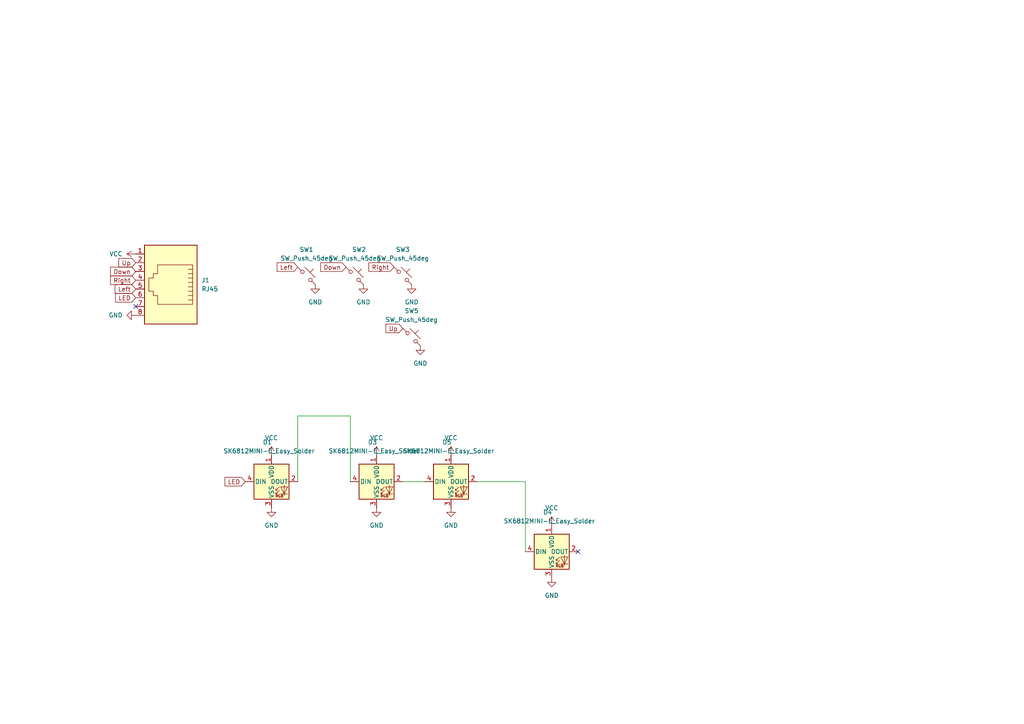
<source format=kicad_sch>
(kicad_sch (version 20230121) (generator eeschema)
  (paper "A4")
  (lib_symbols
    (symbol "Connector:RJ45" (pin_names (offset 1.016))
      (property "Reference" "J" (at -5.08 13.97 0))
      (property "Value" "RJ45" (at 2.54 13.97 0))
      (symbol "RJ45_0_1"
        (polyline (pts (xy -5.08 4.445) (xy -6.35 4.445)))
        (polyline (pts (xy -5.08 5.715) (xy -6.35 5.715)))
        (polyline (pts (xy -6.35 -3.175) (xy -5.08 -3.175) (xy -5.08 -3.175)))
        (polyline (pts (xy -6.35 -1.905) (xy -5.08 -1.905) (xy -5.08 -1.905)))
        (polyline (pts (xy -6.35 -0.635) (xy -5.08 -0.635) (xy -5.08 -0.635)))
        (polyline (pts (xy -6.35 0.635) (xy -5.08 0.635) (xy -5.08 0.635)))
        (polyline (pts (xy -6.35 1.905) (xy -5.08 1.905) (xy -5.08 1.905)))
        (polyline (pts (xy -5.08 3.175) (xy -6.35 3.175) (xy -6.35 3.175)))
        (polyline (pts (xy -6.35 -4.445) (xy -6.35 6.985) (xy 3.81 6.985) (xy 3.81 4.445) (xy 5.08 4.445) (xy 5.08 3.175) (xy 6.35 3.175) (xy 6.35 -0.635) (xy 5.08 -0.635) (xy 5.08 -1.905) (xy 3.81 -1.905) (xy 3.81 -4.445) (xy -6.35 -4.445) (xy -6.35 -4.445)))
        (rectangle (start 7.62 12.7) (end -7.62 -10.16) (stroke (width 0.254)) (fill (type background)))
      )
      (symbol "RJ45_1_1"
        (pin passive line (at 10.16 -7.62 180) (length 2.54) (name "~") (number "1"))
        (pin passive line (at 10.16 -5.08 180) (length 2.54) (name "~") (number "2"))
        (pin passive line (at 10.16 -2.54 180) (length 2.54) (name "~") (number "3"))
        (pin passive line (at 10.16 0 180) (length 2.54) (name "~") (number "4"))
        (pin passive line (at 10.16 2.54 180) (length 2.54) (name "~") (number "5"))
        (pin passive line (at 10.16 5.08 180) (length 2.54) (name "~") (number "6"))
        (pin passive line (at 10.16 7.62 180) (length 2.54) (name "~") (number "7"))
        (pin passive line (at 10.16 10.16 180) (length 2.54) (name "~") (number "8"))
      )
    )
    (symbol "Switch:SW_Push_45deg" (pin_numbers hide) (pin_names (offset 1.016) hide)
      (property "Reference" "SW" (at 3.048 1.016 0))
      (property "Value" "SW_Push_45deg" (at 0 -3.81 0))
      (symbol "SW_Push_45deg_0_1"
        (circle (center -1.1684 1.1684) (radius 0.508))
        (polyline (pts (xy -0.508 2.54) (xy 2.54 -0.508)))
        (polyline (pts (xy 1.016 1.016) (xy 2.032 2.032)))
        (polyline (pts (xy -2.54 2.54) (xy -1.524 1.524) (xy -1.524 1.524)))
        (polyline (pts (xy 1.524 -1.524) (xy 2.54 -2.54) (xy 2.54 -2.54) (xy 2.54 -2.54)))
        (circle (center 1.143 -1.1938) (radius 0.508))
        (pin passive line (at -2.54 2.54 0) (length 0) (name "1") (number "1"))
        (pin passive line (at 2.54 -2.54 180) (length 0) (name "2") (number "2"))
      )
    )
    (symbol "power:GND" (power) (pin_names (offset 0))
      (property "Value" "GND" (at 0 -3.81 0))
      (symbol "GND_0_1"
        (polyline (pts (xy 0 0) (xy 0 -1.27) (xy 1.27 -1.27) (xy 0 -2.54) (xy -1.27 -1.27) (xy 0 -1.27)))
      )
      (symbol "GND_1_1"
        (pin power_in line (at 0 0 270) (length 0) hide (name "GND") (number "1"))
      )
    )
    (symbol "power:VCC" (power) (pin_names (offset 0))
      (property "Value" "VCC" (at 0 3.81 0))
      (symbol "VCC_0_1"
        (polyline (pts (xy -0.762 1.27) (xy 0 2.54)))
        (polyline (pts (xy 0 0) (xy 0 2.54)))
        (polyline (pts (xy 0 2.54) (xy 0.762 1.27)))
      )
      (symbol "VCC_1_1"
        (pin power_in line (at 0 0 90) (length 0) hide (name "VCC") (number "1"))
      )
    )
    (symbol "sk6812mini-e_easy_solder:SK6812MINI-E_Easy_Solder" (pin_names (offset 0.254))
      (property "Reference" "D" (at 5.08 5.715 0))
      (property "Value" "SK6812MINI-E_Easy_Solder" (at 1.27 -5.715 0))
      (symbol "SK6812MINI-E_Easy_Solder_0_0"
        (text "RGB" (at 2.286 -4.191 0) (effects (font (size 0.762 0.762))))
      )
      (symbol "SK6812MINI-E_Easy_Solder_0_1"
        (polyline (pts (xy 1.27 -3.556) (xy 1.778 -3.556)))
        (polyline (pts (xy 1.27 -2.54) (xy 1.778 -2.54)))
        (polyline (pts (xy 4.699 -3.556) (xy 2.667 -3.556)))
        (polyline (pts (xy 2.286 -2.54) (xy 1.27 -3.556) (xy 1.27 -3.048)))
        (polyline (pts (xy 2.286 -1.524) (xy 1.27 -2.54) (xy 1.27 -2.032)))
        (polyline (pts (xy 3.683 -1.016) (xy 3.683 -3.556) (xy 3.683 -4.064)))
        (polyline (pts (xy 4.699 -1.524) (xy 2.667 -1.524) (xy 3.683 -3.556) (xy 4.699 -1.524)))
        (rectangle (start 5.08 5.08) (end -5.08 -5.08) (stroke (width 0.254)) (fill (type background)))
      )
      (symbol "SK6812MINI-E_Easy_Solder_1_1"
        (pin power_in line (at 0 7.62 270) (length 2.54) (name "VDD") (number "1"))
        (pin output line (at 7.62 0 180) (length 2.54) (name "DOUT") (number "2"))
        (pin power_in line (at 0 -7.62 90) (length 2.54) (name "VSS") (number "3"))
        (pin input line (at -7.62 0 0) (length 2.54) (name "DIN") (number "4"))
      )
    )
  )
  (no_connect (at 39.37 88.9))
  (no_connect (at 167.64 160.02))
  (wire (pts (xy 101.6 120.65) (xy 101.6 139.7)))
  (wire (pts (xy 116.84 139.7) (xy 123.19 139.7)))
  (wire (pts (xy 86.36 120.65) (xy 86.36 139.7)))
  (wire (pts (xy 138.43 139.7) (xy 152.4 139.7)))
  (wire (pts (xy 152.4 139.7) (xy 152.4 160.02)))
  (wire (pts (xy 86.36 120.65) (xy 101.6 120.65)))
  (global_label "Down" (shape input) (at 39.37 78.74 180) (property "Intersheetrefs" "${INTERSHEET_REFS}" (effects hide)))
  (global_label "Left" (shape input) (at 39.37 83.82 180) (property "Intersheetrefs" "${INTERSHEET_REFS}" (effects hide)))
  (global_label "Down" (shape input) (at 100.33 77.47 180) (property "Intersheetrefs" "${INTERSHEET_REFS}" (effects hide)))
  (global_label "Right" (shape input) (at 114.3 77.47 180) (property "Intersheetrefs" "${INTERSHEET_REFS}" (effects hide)))
  (global_label "LED" (shape input) (at 39.37 86.36 180) (property "Intersheetrefs" "${INTERSHEET_REFS}" (effects hide)))
  (global_label "Right" (shape input) (at 39.37 81.28 180) (property "Intersheetrefs" "${INTERSHEET_REFS}" (effects hide)))
  (global_label "Up" (shape input) (at 116.84 95.25 180) (property "Intersheetrefs" "${INTERSHEET_REFS}" (effects hide)))
  (global_label "Left" (shape input) (at 86.36 77.47 180) (property "Intersheetrefs" "${INTERSHEET_REFS}" (effects hide)))
  (global_label "Up" (shape input) (at 39.37 76.2 180) (property "Intersheetrefs" "${INTERSHEET_REFS}" (effects hide)))
  (global_label "LED" (shape input) (at 71.12 139.7 180) (property "Intersheetrefs" "${INTERSHEET_REFS}" (effects hide)))
  (symbol (lib_id "Switch:SW_Push_45deg") (at 88.9 80.01 0) (unit 1)
    (property "Reference" "SW1" (at 88.9 72.39 0))
    (property "Value" "SW_Push_45deg" (at 88.9 74.93 0))
    (property "Footprint" "splitsbits:Kailh_socket_MX-ChocV1" (effects hide))
  )
  (symbol (lib_id "power:VCC") (at 39.37 73.66 90) (unit 1)
    (property "Reference" "#PWR01" (effects hide))
    (property "Value" "VCC" (at 35.56 73.66 90) (effects (justify left)))
  )
  (symbol (lib_id "sk6812mini-e_easy_solder:SK6812MINI-E_Easy_Solder") (at 78.74 139.7 0) (unit 1)
    (property "Reference" "D1" (at 76.2 128.27 0) (effects (justify left)))
    (property "Value" "SK6812MINI-E_Easy_Solder" (at 64.77 130.81 0) (effects (justify left)))
    (property "Footprint" "splitsbits:YS-SK6812MINI-E-SingleSide" (effects hide))
  )
  (symbol (lib_id "power:VCC") (at 78.74 132.08 0) (unit 1)
    (property "Reference" "#PWR013" (effects hide))
    (property "Value" "VCC" (at 78.74 127 0))
  )
  (symbol (lib_id "power:GND") (at 39.37 91.44 270) (unit 1)
    (property "Reference" "#PWR07" (effects hide))
    (property "Value" "GND" (at 35.56 91.44 90) (effects (justify right)))
  )
  (symbol (lib_id "sk6812mini-e_easy_solder:SK6812MINI-E_Easy_Solder") (at 109.22 139.7 0) (unit 1)
    (property "Reference" "D3" (at 106.68 128.27 0) (effects (justify left)))
    (property "Value" "SK6812MINI-E_Easy_Solder" (at 95.25 130.81 0) (effects (justify left)))
    (property "Footprint" "splitsbits:YS-SK6812MINI-E-SingleSide" (effects hide))
  )
  (symbol (lib_id "power:GND") (at 130.81 147.32 0) (unit 1)
    (property "Reference" "#PWR011" (effects hide))
    (property "Value" "GND" (at 130.81 152.4 0))
  )
  (symbol (lib_id "Switch:SW_Push_45deg") (at 102.87 80.01 0) (unit 1)
    (property "Reference" "SW2" (at 104.14 72.39 0))
    (property "Value" "SW_Push_45deg" (at 102.87 74.93 0))
    (property "Footprint" "splitsbits:Kailh_socket_MX-ChocV1" (effects hide))
  )
  (symbol (lib_id "power:VCC") (at 109.22 132.08 0) (unit 1)
    (property "Reference" "#PWR015" (effects hide))
    (property "Value" "VCC" (at 109.22 127 0))
  )
  (symbol (lib_id "Connector:RJ45") (at 49.53 81.28 180) (unit 1)
    (property "Reference" "J1" (at 58.42 81.28 0) (effects (justify right)))
    (property "Value" "RJ45" (at 58.42 83.82 0) (effects (justify right)))
    (property "Footprint" "splitsbits:RRJ45R08PC000" (effects hide))
  )
  (symbol (lib_id "power:GND") (at 105.41 82.55 0) (unit 1)
    (property "Reference" "#PWR04" (effects hide))
    (property "Value" "GND" (at 105.41 87.63 0))
  )
  (symbol (lib_id "Switch:SW_Push_45deg") (at 119.38 97.79 0) (unit 1)
    (property "Reference" "SW5" (at 119.38 90.17 0))
    (property "Value" "SW_Push_45deg" (at 119.38 92.71 0))
    (property "Footprint" "splitsbits:Kailh_socket_MX-ChocV1" (effects hide))
  )
  (symbol (lib_id "power:GND") (at 160.02 167.64 0) (unit 1)
    (property "Reference" "#PWR012" (effects hide))
    (property "Value" "GND" (at 160.02 172.72 0))
  )
  (symbol (lib_id "power:GND") (at 78.74 147.32 0) (unit 1)
    (property "Reference" "#PWR08" (effects hide))
    (property "Value" "GND" (at 78.74 152.4 0))
  )
  (symbol (lib_id "sk6812mini-e_easy_solder:SK6812MINI-E_Easy_Solder") (at 130.81 139.7 0) (unit 1)
    (property "Reference" "D5" (at 128.27 128.27 0) (effects (justify left)))
    (property "Value" "SK6812MINI-E_Easy_Solder" (at 116.84 130.81 0) (effects (justify left)))
    (property "Footprint" "splitsbits:YS-SK6812MINI-E-SingleSide" (effects hide))
  )
  (symbol (lib_id "power:GND") (at 109.22 147.32 0) (unit 1)
    (property "Reference" "#PWR09" (effects hide))
    (property "Value" "GND" (at 109.22 152.4 0))
  )
  (symbol (lib_id "power:GND") (at 119.38 82.55 0) (unit 1)
    (property "Reference" "#PWR05" (effects hide))
    (property "Value" "GND" (at 119.38 87.63 0))
  )
  (symbol (lib_id "power:GND") (at 121.92 100.33 0) (unit 1)
    (property "Reference" "#PWR06" (effects hide))
    (property "Value" "GND" (at 121.92 105.41 0))
  )
  (symbol (lib_id "sk6812mini-e_easy_solder:SK6812MINI-E_Easy_Solder") (at 160.02 160.02 0) (unit 1)
    (property "Reference" "D4" (at 157.48 148.59 0) (effects (justify left)))
    (property "Value" "SK6812MINI-E_Easy_Solder" (at 146.05 151.13 0) (effects (justify left)))
    (property "Footprint" "splitsbits:YS-SK6812MINI-E-SingleSide" (effects hide))
  )
  (symbol (lib_id "Switch:SW_Push_45deg") (at 116.84 80.01 0) (unit 1)
    (property "Reference" "SW3" (at 116.84 72.39 0))
    (property "Value" "SW_Push_45deg" (at 116.84 74.93 0))
    (property "Footprint" "splitsbits:Kailh_socket_MX-ChocV1" (effects hide))
  )
  (symbol (lib_id "power:VCC") (at 130.81 132.08 0) (unit 1)
    (property "Reference" "#PWR016" (effects hide))
    (property "Value" "VCC" (at 130.81 127 0))
  )
  (symbol (lib_id "power:GND") (at 91.44 82.55 0) (unit 1)
    (property "Reference" "#PWR03" (effects hide))
    (property "Value" "GND" (at 91.44 87.63 0))
  )
  (symbol (lib_id "power:VCC") (at 160.02 152.4 0) (unit 1)
    (property "Reference" "#PWR017" (effects hide))
    (property "Value" "VCC" (at 160.02 147.32 0))
  )
)
</source>
